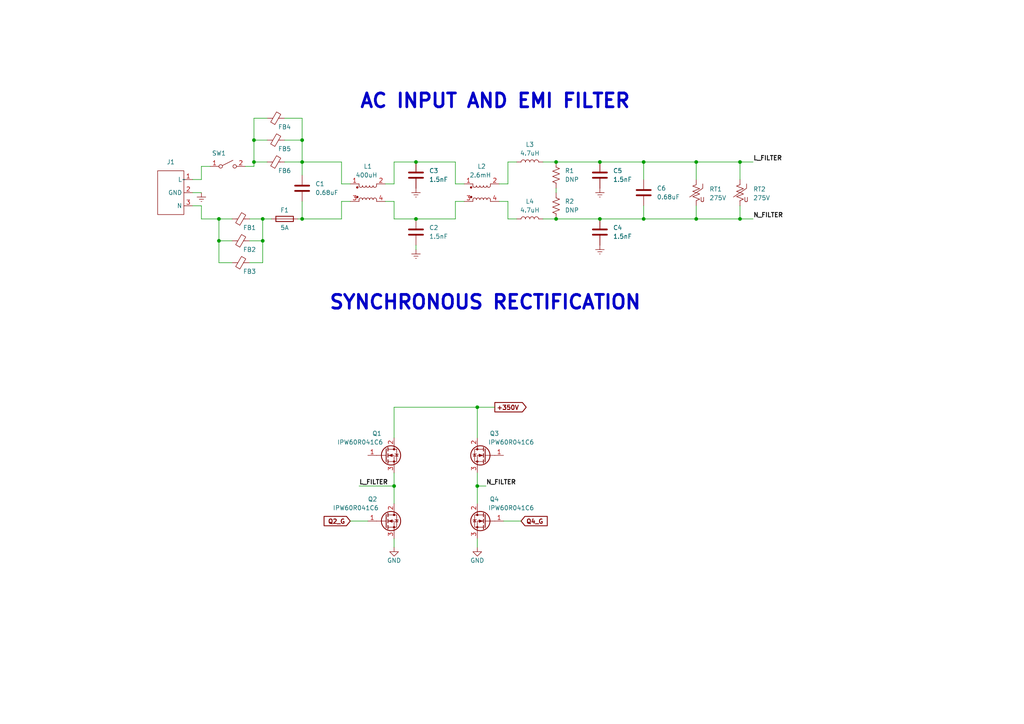
<source format=kicad_sch>
(kicad_sch (version 20230121) (generator eeschema)
  (paper "A4")
  (title_block (title "Full Bridge SMPS") (date "2023-12-03"))
  (lib_symbols
    (symbol "Device:C" (pin_numbers hide) (pin_names (offset 0.254))
      (property "Reference" "C" (at 0.635 2.54 0))
      (property "Value" "C" (at 0.635 -2.54 0))
      (symbol "C_0_1"
        (polyline (pts (xy -2.032 -0.762) (xy 2.032 -0.762)) (stroke (width 0.508)))
        (polyline (pts (xy -2.032 0.762) (xy 2.032 0.762)) (stroke (width 0.508)))
      )
      (symbol "C_1_1"
        (pin passive line (at 0 3.81 270) (length 2.794) (name "~") (number "1"))
        (pin passive line (at 0 -3.81 90) (length 2.794) (name "~") (number "2"))
      )
    )
    (symbol "Device:FerriteBead_Small" (pin_numbers hide) (pin_names (offset 0))
      (property "Reference" "FB" (at 1.905 1.27 0))
      (property "Value" "FerriteBead_Small" (at 1.905 -1.27 0))
      (symbol "FerriteBead_Small_0_1"
        (polyline (pts (xy 0 -1.27) (xy 0 -0.7874)))
        (polyline (pts (xy 0 0.889) (xy 0 1.2954)))
        (polyline (pts (xy -1.8288 0.2794) (xy -1.1176 1.4986) (xy 1.8288 -0.2032) (xy 1.1176 -1.4224) (xy -1.8288 0.2794)))
      )
      (symbol "FerriteBead_Small_1_1"
        (pin passive line (at 0 2.54 270) (length 1.27) (name "~") (number "1"))
        (pin passive line (at 0 -2.54 90) (length 1.27) (name "~") (number "2"))
      )
    )
    (symbol "Device:Fuse" (pin_numbers hide) (pin_names (offset 0))
      (property "Reference" "F" (at 2.032 0 90))
      (property "Value" "Fuse" (at -1.905 0 90))
      (symbol "Fuse_0_1"
        (rectangle (start -0.762 -2.54) (end 0.762 2.54) (stroke (width 0.254)))
        (polyline (pts (xy 0 2.54) (xy 0 -2.54)))
      )
      (symbol "Fuse_1_1"
        (pin passive line (at 0 3.81 270) (length 1.27) (name "~") (number "1"))
        (pin passive line (at 0 -3.81 90) (length 1.27) (name "~") (number "2"))
      )
    )
    (symbol "Device:L" (pin_numbers hide) (pin_names (offset 1.016) hide)
      (property "Reference" "L" (at -1.27 0 90))
      (property "Value" "L" (at 1.905 0 90))
      (symbol "L_0_1"
        (arc (start 0 -2.54) (mid 0.6323 -1.905) (end 0 -1.27))
        (arc (start 0 -1.27) (mid 0.6323 -0.635) (end 0 0))
        (arc (start 0 0) (mid 0.6323 0.635) (end 0 1.27))
        (arc (start 0 1.27) (mid 0.6323 1.905) (end 0 2.54))
      )
      (symbol "L_1_1"
        (pin passive line (at 0 3.81 270) (length 1.27) (name "1") (number "1"))
        (pin passive line (at 0 -3.81 90) (length 1.27) (name "2") (number "2"))
      )
    )
    (symbol "Device:L_Coupled" (pin_names (offset 0.254) hide)
      (property "Reference" "L" (at 0 4.445 0))
      (property "Value" "L_Coupled" (at 0 -4.445 0))
      (symbol "L_Coupled_0_1"
        (circle (center -3.048 -1.27) (radius 0.254) (fill (type outline)))
        (circle (center -3.048 1.524) (radius 0.254) (fill (type outline)))
        (arc (start -2.54 2.032) (mid -2.032 1.5262) (end -1.524 2.032))
        (arc (start -1.524 -2.032) (mid -2.032 -1.5262) (end -2.54 -2.032))
        (arc (start -1.524 2.032) (mid -1.016 1.5262) (end -0.508 2.032))
        (arc (start -0.508 -2.032) (mid -1.016 -1.5262) (end -1.524 -2.032))
        (arc (start -0.508 2.032) (mid 0 1.5262) (end 0.508 2.032))
        (polyline (pts (xy -2.54 -2.032) (xy -2.54 -2.54)))
        (polyline (pts (xy -2.54 2.032) (xy -2.54 2.54)))
        (polyline (pts (xy 2.54 -2.032) (xy 2.54 -2.54)))
        (polyline (pts (xy 2.54 2.54) (xy 2.54 2.032)))
        (arc (start 0.508 -2.032) (mid 0 -1.5262) (end -0.508 -2.032))
        (arc (start 0.508 2.032) (mid 1.016 1.5262) (end 1.524 2.032))
        (arc (start 1.524 -2.032) (mid 1.016 -1.5262) (end 0.508 -2.032))
        (arc (start 1.524 2.032) (mid 2.032 1.5262) (end 2.54 2.032))
        (arc (start 2.54 -2.032) (mid 2.032 -1.5262) (end 1.524 -2.032))
      )
      (symbol "L_Coupled_1_1"
        (pin passive line (at -5.08 2.54 0) (length 2.54) (name "1") (number "1"))
        (pin passive line (at 5.08 2.54 180) (length 2.54) (name "2") (number "2"))
        (pin passive line (at -5.08 -2.54 0) (length 2.54) (name "3") (number "3"))
        (pin passive line (at 5.08 -2.54 180) (length 2.54) (name "4") (number "4"))
      )
    )
    (symbol "Device:R_US" (pin_numbers hide) (pin_names (offset 0))
      (property "Reference" "R" (at 2.54 0 90))
      (property "Value" "R_US" (at -2.54 0 90))
      (symbol "R_US_0_1"
        (polyline (pts (xy 0 -2.286) (xy 0 -2.54)))
        (polyline (pts (xy 0 2.286) (xy 0 2.54)))
        (polyline (pts (xy 0 -0.762) (xy 1.016 -1.143) (xy 0 -1.524) (xy -1.016 -1.905) (xy 0 -2.286)))
        (polyline (pts (xy 0 0.762) (xy 1.016 0.381) (xy 0 0) (xy -1.016 -0.381) (xy 0 -0.762)))
        (polyline (pts (xy 0 2.286) (xy 1.016 1.905) (xy 0 1.524) (xy -1.016 1.143) (xy 0 0.762)))
      )
      (symbol "R_US_1_1"
        (pin passive line (at 0 3.81 270) (length 1.27) (name "~") (number "1"))
        (pin passive line (at 0 -3.81 90) (length 1.27) (name "~") (number "2"))
      )
    )
    (symbol "Device:Varistor_US" (pin_numbers hide) (pin_names (offset 0))
      (property "Reference" "RV" (at 3.175 0 90))
      (property "Value" "Varistor_US" (at -3.175 0 90))
      (symbol "Varistor_US_0_0"
        (text "U" (at -1.778 -2.032 0) (effects (font (size 1.27 1.27))))
      )
      (symbol "Varistor_US_0_1"
        (polyline (pts (xy 0 -2.286) (xy 0 -2.54)))
        (polyline (pts (xy 0 2.286) (xy 0 2.54)))
        (polyline (pts (xy -1.905 2.54) (xy -1.905 1.27) (xy 1.905 -1.27)))
        (polyline (pts (xy 0 -0.762) (xy 1.016 -1.143) (xy 0 -1.524) (xy -1.016 -1.905) (xy 0 -2.286)))
        (polyline (pts (xy 0 0.762) (xy 1.016 0.381) (xy 0 0) (xy -1.016 -0.381) (xy 0 -0.762)))
        (polyline (pts (xy 0 2.286) (xy 1.016 1.905) (xy 0 1.524) (xy -1.016 1.143) (xy 0 0.762)))
      )
      (symbol "Varistor_US_1_1"
        (pin passive line (at 0 3.81 270) (length 1.27) (name "~") (number "1"))
        (pin passive line (at 0 -3.81 90) (length 1.27) (name "~") (number "2"))
      )
    )
    (symbol "Switch:SW_SPST" (pin_names (offset 0) hide)
      (property "Reference" "SW" (at 0 3.175 0))
      (property "Value" "SW_SPST" (at 0 -2.54 0))
      (symbol "SW_SPST_0_0"
        (circle (center -2.032 0) (radius 0.508))
        (polyline (pts (xy -1.524 0.254) (xy 1.524 1.778)))
        (circle (center 2.032 0) (radius 0.508))
      )
      (symbol "SW_SPST_1_1"
        (pin passive line (at -5.08 0 0) (length 2.54) (name "A") (number "1"))
        (pin passive line (at 5.08 0 180) (length 2.54) (name "B") (number "2"))
      )
    )
    (symbol "fb_smps_symbols:703W-00/54_"
      (property "Reference" "J" (at 1.27 3.81 0))
      (symbol "703W-00/54__0_1"
        (rectangle (start 0 2.54) (end 7.62 -10.16))
      )
      (symbol "703W-00/54__1_1"
        (pin power_out line (at -2.54 0 0) (length 2.54) (name "L") (number "1"))
        (pin power_out line (at -2.54 -3.81 0) (length 2.54) (name "GND") (number "2"))
        (pin power_out line (at -2.54 -7.62 0) (length 2.54) (name "N") (number "3"))
      )
    )
    (symbol "fb_smps_symbols:IPW60R041C6" (pin_names hide)
      (property "Reference" "Q" (at 5.08 1.905 0))
      (property "Value" "IPW60R041C6" (at 5.08 0 0))
      (symbol "IPW60R041C6_0_1"
        (polyline (pts (xy 0.254 0) (xy -2.54 0)))
        (polyline (pts (xy 0.254 1.905) (xy 0.254 -1.905)) (stroke (width 0.254)))
        (polyline (pts (xy 0.762 -1.27) (xy 0.762 -2.286)) (stroke (width 0.254)))
        (polyline (pts (xy 0.762 0.508) (xy 0.762 -0.508)) (stroke (width 0.254)))
        (polyline (pts (xy 0.762 2.286) (xy 0.762 1.27)) (stroke (width 0.254)))
        (polyline (pts (xy 2.54 2.54) (xy 2.54 1.778)))
        (polyline (pts (xy 2.54 -2.54) (xy 2.54 0) (xy 0.762 0)))
        (polyline (pts (xy 0.762 -1.778) (xy 3.302 -1.778) (xy 3.302 1.778) (xy 0.762 1.778)))
        (polyline (pts (xy 1.016 0) (xy 2.032 0.381) (xy 2.032 -0.381) (xy 1.016 0)) (fill (type outline)))
        (polyline (pts (xy 2.794 0.508) (xy 2.921 0.381) (xy 3.683 0.381) (xy 3.81 0.254)))
        (polyline (pts (xy 3.302 0.381) (xy 2.921 -0.254) (xy 3.683 -0.254) (xy 3.302 0.381)))
        (circle (center 1.651 0) (radius 2.794) (stroke (width 0.254)))
        (circle (center 2.54 -1.778) (radius 0.254) (fill (type outline)))
        (circle (center 2.54 1.778) (radius 0.254) (fill (type outline)))
      )
      (symbol "IPW60R041C6_1_1"
        (pin input line (at -5.08 0 0) (length 2.54) (name "G") (number "1"))
        (pin passive line (at 2.54 5.08 270) (length 2.54) (name "D") (number "2"))
        (pin passive line (at 2.54 -5.08 90) (length 2.54) (name "S") (number "3"))
      )
    )
    (symbol "power:Earth" (power) (pin_names (offset 0))
      (symbol "Earth_0_1"
        (polyline (pts (xy -0.635 -1.905) (xy 0.635 -1.905)))
        (polyline (pts (xy -0.127 -2.54) (xy 0.127 -2.54)))
        (polyline (pts (xy 0 -1.27) (xy 0 0)))
        (polyline (pts (xy 1.27 -1.27) (xy -1.27 -1.27)))
      )
      (symbol "Earth_1_1"
        (pin power_in line (at 0 0 270) (length 0) hide (name "Earth") (number "1"))
      )
    )
    (symbol "power:GND" (power) (pin_names (offset 0))
      (property "Value" "GND" (at 0 -3.81 0))
      (symbol "GND_0_1"
        (polyline (pts (xy 0 0) (xy 0 -1.27) (xy 1.27 -1.27) (xy 0 -2.54) (xy -1.27 -1.27) (xy 0 -1.27)))
      )
      (symbol "GND_1_1"
        (pin power_in line (at 0 0 270) (length 0) hide (name "GND") (number "1"))
      )
    )
  )
  (junction (at 201.93 63.5))
  (junction (at 114.3 140.97))
  (junction (at 186.69 46.99))
  (junction (at 186.69 63.5))
  (junction (at 214.63 63.5))
  (junction (at 87.63 46.99))
  (junction (at 173.99 46.99))
  (junction (at 120.65 63.5))
  (junction (at 87.63 40.64))
  (junction (at 63.5 69.85))
  (junction (at 201.93 46.99))
  (junction (at 63.5 63.5))
  (junction (at 161.29 63.5))
  (junction (at 76.2 69.85))
  (junction (at 73.66 40.64))
  (junction (at 76.2 63.5))
  (junction (at 161.29 46.99))
  (junction (at 138.43 118.11))
  (junction (at 120.65 46.99))
  (junction (at 87.63 63.5))
  (junction (at 73.66 46.99))
  (junction (at 173.99 63.5))
  (junction (at 214.63 46.99))
  (junction (at 138.43 140.97))
  (wire (pts (xy 147.32 63.5) (xy 149.86 63.5)))
  (wire (pts (xy 138.43 118.11) (xy 138.43 127)))
  (wire (pts (xy 201.93 63.5) (xy 201.93 59.69)))
  (wire (pts (xy 132.08 53.34) (xy 132.08 46.99)))
  (wire (pts (xy 58.42 63.5) (xy 63.5 63.5)))
  (wire (pts (xy 73.66 40.64) (xy 77.47 40.64)))
  (wire (pts (xy 161.29 46.99) (xy 173.99 46.99)))
  (wire (pts (xy 114.3 140.97) (xy 114.3 146.05)))
  (wire (pts (xy 73.66 34.29) (xy 73.66 40.64)))
  (wire (pts (xy 58.42 59.69) (xy 58.42 63.5)))
  (wire (pts (xy 144.78 58.42) (xy 147.32 58.42)))
  (wire (pts (xy 99.06 63.5) (xy 99.06 58.42)))
  (wire (pts (xy 120.65 46.99) (xy 132.08 46.99)))
  (wire (pts (xy 55.88 52.07) (xy 58.42 52.07)))
  (wire (pts (xy 99.06 58.42) (xy 101.6 58.42)))
  (wire (pts (xy 134.62 53.34) (xy 132.08 53.34)))
  (wire (pts (xy 114.3 137.16) (xy 114.3 140.97)))
  (wire (pts (xy 147.32 46.99) (xy 149.86 46.99)))
  (wire (pts (xy 161.29 54.61) (xy 161.29 55.88)))
  (wire (pts (xy 99.06 46.99) (xy 87.63 46.99)))
  (wire (pts (xy 67.31 63.5) (xy 63.5 63.5)))
  (wire (pts (xy 114.3 53.34) (xy 114.3 46.99)))
  (wire (pts (xy 120.65 71.12) (xy 120.65 72.39)))
  (wire (pts (xy 146.05 151.13) (xy 151.13 151.13)))
  (wire (pts (xy 132.08 58.42) (xy 134.62 58.42)))
  (wire (pts (xy 101.6 53.34) (xy 99.06 53.34)))
  (wire (pts (xy 157.48 46.99) (xy 161.29 46.99)))
  (wire (pts (xy 138.43 140.97) (xy 138.43 146.05)))
  (wire (pts (xy 114.3 46.99) (xy 120.65 46.99)))
  (wire (pts (xy 132.08 63.5) (xy 132.08 58.42)))
  (wire (pts (xy 76.2 76.2) (xy 76.2 69.85)))
  (wire (pts (xy 86.36 63.5) (xy 87.63 63.5)))
  (wire (pts (xy 101.6 151.13) (xy 106.68 151.13)))
  (wire (pts (xy 71.12 48.26) (xy 73.66 48.26)))
  (wire (pts (xy 120.65 63.5) (xy 132.08 63.5)))
  (wire (pts (xy 186.69 63.5) (xy 173.99 63.5)))
  (wire (pts (xy 82.55 34.29) (xy 87.63 34.29)))
  (wire (pts (xy 63.5 69.85) (xy 67.31 69.85)))
  (wire (pts (xy 76.2 63.5) (xy 76.2 69.85)))
  (wire (pts (xy 214.63 52.07) (xy 214.63 46.99)))
  (wire (pts (xy 186.69 59.69) (xy 186.69 63.5)))
  (wire (pts (xy 58.42 52.07) (xy 58.42 48.26)))
  (wire (pts (xy 55.88 55.88) (xy 58.42 55.88)))
  (wire (pts (xy 104.14 140.97) (xy 114.3 140.97)))
  (wire (pts (xy 114.3 127) (xy 114.3 118.11)))
  (wire (pts (xy 201.93 63.5) (xy 214.63 63.5)))
  (wire (pts (xy 72.39 76.2) (xy 76.2 76.2)))
  (wire (pts (xy 82.55 46.99) (xy 87.63 46.99)))
  (wire (pts (xy 87.63 40.64) (xy 87.63 46.99)))
  (wire (pts (xy 138.43 156.21) (xy 138.43 158.75)))
  (wire (pts (xy 87.63 63.5) (xy 99.06 63.5)))
  (wire (pts (xy 58.42 48.26) (xy 60.96 48.26)))
  (wire (pts (xy 63.5 63.5) (xy 63.5 69.85)))
  (wire (pts (xy 214.63 46.99) (xy 218.44 46.99)))
  (wire (pts (xy 72.39 63.5) (xy 76.2 63.5)))
  (wire (pts (xy 201.93 46.99) (xy 186.69 46.99)))
  (wire (pts (xy 201.93 46.99) (xy 214.63 46.99)))
  (wire (pts (xy 73.66 40.64) (xy 73.66 46.99)))
  (wire (pts (xy 173.99 46.99) (xy 186.69 46.99)))
  (wire (pts (xy 114.3 63.5) (xy 114.3 58.42)))
  (wire (pts (xy 63.5 76.2) (xy 63.5 69.85)))
  (wire (pts (xy 138.43 137.16) (xy 138.43 140.97)))
  (wire (pts (xy 114.3 118.11) (xy 138.43 118.11)))
  (wire (pts (xy 77.47 34.29) (xy 73.66 34.29)))
  (wire (pts (xy 111.76 58.42) (xy 114.3 58.42)))
  (wire (pts (xy 87.63 46.99) (xy 87.63 50.8)))
  (wire (pts (xy 114.3 63.5) (xy 120.65 63.5)))
  (wire (pts (xy 186.69 46.99) (xy 186.69 52.07)))
  (wire (pts (xy 82.55 40.64) (xy 87.63 40.64)))
  (wire (pts (xy 73.66 46.99) (xy 77.47 46.99)))
  (wire (pts (xy 161.29 63.5) (xy 173.99 63.5)))
  (wire (pts (xy 111.76 53.34) (xy 114.3 53.34)))
  (wire (pts (xy 73.66 46.99) (xy 73.66 48.26)))
  (wire (pts (xy 147.32 58.42) (xy 147.32 63.5)))
  (wire (pts (xy 214.63 63.5) (xy 214.63 59.69)))
  (wire (pts (xy 157.48 63.5) (xy 161.29 63.5)))
  (wire (pts (xy 138.43 118.11) (xy 143.51 118.11)))
  (wire (pts (xy 55.88 59.69) (xy 58.42 59.69)))
  (wire (pts (xy 214.63 63.5) (xy 218.44 63.5)))
  (wire (pts (xy 138.43 140.97) (xy 140.97 140.97)))
  (wire (pts (xy 186.69 63.5) (xy 201.93 63.5)))
  (wire (pts (xy 67.31 76.2) (xy 63.5 76.2)))
  (wire (pts (xy 87.63 34.29) (xy 87.63 40.64)))
  (wire (pts (xy 87.63 58.42) (xy 87.63 63.5)))
  (wire (pts (xy 72.39 69.85) (xy 76.2 69.85)))
  (wire (pts (xy 114.3 156.21) (xy 114.3 158.75)))
  (wire (pts (xy 144.78 53.34) (xy 147.32 53.34)))
  (wire (pts (xy 201.93 46.99) (xy 201.93 52.07)))
  (wire (pts (xy 99.06 53.34) (xy 99.06 46.99)))
  (wire (pts (xy 76.2 63.5) (xy 78.74 63.5)))
  (wire (pts (xy 147.32 53.34) (xy 147.32 46.99)))
  (text "SYNCHRONOUS RECTIFICATION\n" (at 95.25 90.17 0) (effects (font (size 4 4) (thickness 0.8) bold) (justify left bottom)))
  (text "AC INPUT AND EMI FILTER" (at 104.14 31.75 0) (effects (font (size 4 4) (thickness 0.8) bold) (justify left bottom)))
  (label "L_FILTER" (at 218.44 46.99 0) (effects (font bold)))
  (label "N_FILTER" (at 218.44 63.5 0) (effects (font bold)))
  (label "N_FILTER" (at 140.97 140.97 0) (effects (font bold)))
  (label "L_FILTER" (at 104.14 140.97 0) (effects (font bold)))
  (global_label "Q2_G" (shape input) (at 101.6 151.13 180) (effects (font bold)) (property "Intersheetrefs" "${INTERSHEET_REFS}" (effects hide)))
  (global_label "Q4_G" (shape input) (at 151.13 151.13 0) (effects (font bold)) (property "Intersheetrefs" "${INTERSHEET_REFS}" (effects hide)))
  (global_label "+350V" (shape output) (at 143.51 118.11 0) (effects (font bold)) (property "Intersheetrefs" "${INTERSHEET_REFS}" (effects hide)))
  (symbol (lib_id "Device:C") (at 173.99 50.8 0) (unit 1)
    (property "Reference" "C10" (at 177.8 49.53 0) (effects (justify left)))
    (property "Value" "1.5nF" (at 177.8 52.07 0) (effects (justify left)))
    (instances (project "full_bridge_smps" (path "" (reference "C5") (unit 1))))
  )
  (symbol (lib_id "Device:L") (at 153.67 63.5 90) (unit 1)
    (property "Reference" "L8" (at 153.67 58.42 90))
    (property "Value" "4.7uH" (at 153.67 60.96 90))
    (instances (project "full_bridge_smps" (path "" (reference "L4") (unit 1))))
  )
  (symbol (lib_id "power:GND") (at 138.43 158.75 0) (unit 1)
    (property "Reference" "#PWR08" (effects hide))
    (property "Value" "GND" (at 138.43 162.56 0))
    (instances (project "full_bridge_smps" (path "" (reference "#PWR08") (unit 1)) (path "" (reference "#PWR015") (unit 1))))
  )
  (symbol (lib_id "power:Earth") (at 173.99 71.12 0) (unit 1)
    (property "Reference" "#PWR010" (effects hide))
    (property "Value" "Earth" (effects hide))
    (instances (project "full_bridge_smps" (path "" (reference "#PWR02") (unit 1))))
  )
  (symbol (lib_id "power:Earth") (at 120.65 72.39 0) (unit 1)
    (property "Reference" "#PWR08" (effects hide))
    (property "Value" "Earth" (effects hide))
    (instances (project "full_bridge_smps" (path "" (reference "#PWR04") (unit 1))))
  )
  (symbol (lib_id "Device:L") (at 153.67 46.99 90) (unit 1)
    (property "Reference" "L7" (at 153.67 41.91 90))
    (property "Value" "4.7uH" (at 153.67 44.45 90))
    (instances (project "full_bridge_smps" (path "" (reference "L3") (unit 1))))
  )
  (symbol (lib_id "Device:C") (at 120.65 67.31 0) (unit 1)
    (property "Reference" "C9" (at 124.46 66.04 0) (effects (justify left)))
    (property "Value" "1.5nF" (at 124.46 68.58 0) (effects (justify left)))
    (instances (project "full_bridge_smps" (path "" (reference "C2") (unit 1))))
  )
  (symbol (lib_id "Device:C") (at 120.65 50.8 0) (unit 1)
    (property "Reference" "C8" (at 124.46 49.53 0) (effects (justify left)))
    (property "Value" "1.5nF" (at 124.46 52.07 0) (effects (justify left)))
    (instances (project "full_bridge_smps" (path "" (reference "C3") (unit 1))))
  )
  (symbol (lib_id "Device:Fuse") (at 82.55 63.5 270) (unit 1)
    (property "Reference" "F2" (at 82.55 60.96 90))
    (property "Value" "Fuse" (effects hide))
    (property "Value" "5A" (at 82.55 66.04 90))
    (instances (project "full_bridge_smps" (path "" (reference "F1") (unit 1))))
  )
  (symbol (lib_id "Device:C") (at 173.99 67.31 0) (unit 1)
    (property "Reference" "C11" (at 177.8 66.04 0) (effects (justify left)))
    (property "Value" "1.5nF" (at 177.8 68.58 0) (effects (justify left)))
    (instances (project "full_bridge_smps" (path "" (reference "C4") (unit 1))))
  )
  (symbol (lib_id "Device:C") (at 186.69 55.88 0) (unit 1)
    (property "Reference" "C12" (at 190.5 54.61 0) (effects (justify left)))
    (property "Value" "0.68uF" (at 190.5 57.15 0) (effects (justify left)))
    (instances (project "full_bridge_smps" (path "" (reference "C6") (unit 1))))
  )
  (symbol (lib_id "Device:FerriteBead_Small") (at 80.01 46.99 90) (unit 1)
    (property "Reference" "FB12" (at 82.55 49.53 90))
    (property "Value" "FerriteBead_Small" (effects hide))
    (instances (project "full_bridge_smps" (path "" (reference "FB6") (unit 1))))
  )
  (symbol (lib_id "Device:FerriteBead_Small") (at 80.01 34.29 90) (unit 1)
    (property "Reference" "FB10" (at 82.55 36.83 90))
    (property "Value" "FerriteBead_Small" (effects hide))
    (instances (project "full_bridge_smps" (path "" (reference "FB4") (unit 1))))
  )
  (symbol (lib_id "Device:R_US") (at 161.29 50.8 0) (unit 1)
    (property "Reference" "R3" (at 163.83 49.53 0) (effects (justify left)))
    (property "Value" "DNP" (at 163.83 52.07 0) (effects (justify left)))
    (instances (project "full_bridge_smps" (path "" (reference "R1") (unit 1))))
  )
  (symbol (lib_id "power:Earth") (at 58.42 55.88 0) (unit 1)
    (property "Reference" "#PWR06" (effects hide))
    (property "Value" "Earth" (effects hide))
    (instances (project "full_bridge_smps" (path "" (reference "#PWR05") (unit 1))))
  )
  (symbol (lib_id "power:Earth") (at 120.65 54.61 0) (unit 1)
    (property "Reference" "#PWR07" (effects hide))
    (property "Value" "Earth" (effects hide))
    (instances (project "full_bridge_smps" (path "" (reference "#PWR01") (unit 1))))
  )
  (symbol (lib_id "Switch:SW_SPST") (at 66.04 48.26 0) (unit 1)
    (property "Reference" "SW2" (at 63.5 44.45 0))
    (property "Value" "SW_SPST" (effects hide))
    (instances (project "full_bridge_smps" (path "" (reference "SW1") (unit 1))))
  )
  (symbol (lib_id "Device:L_Coupled") (at 139.7 55.88 0) (unit 1)
    (property "Reference" "L6" (at 139.7 48.26 0))
    (property "Value" "2.6mH" (at 139.319 50.8 0))
    (instances (project "full_bridge_smps" (path "" (reference "L2") (unit 1))))
  )
  (symbol (lib_id "fb_smps_symbols:IPW60R041C6") (at 140.97 132.08 0) (mirror y) (unit 1)
    (property "Reference" "Q3" (at 144.78 125.73 0) (effects (justify left)))
    (property "Value" "IPW60R041C6" (at 154.94 128.27 0) (effects (justify left)))
    (property "Footprint" "fb_smps_footprints:IPW60R041C6" (effects hide))
  )
  (symbol (lib_id "power:GND") (at 114.3 158.75 0) (unit 1)
    (property "Reference" "#PWR08" (effects hide))
    (property "Value" "GND" (at 114.3 162.56 0))
    (instances (project "full_bridge_smps" (path "" (reference "#PWR08") (unit 1)) (path "" (reference "#PWR014") (unit 1))))
  )
  (symbol (lib_id "Device:Varistor_US") (at 201.93 55.88 0) (mirror y) (unit 1)
    (property "Reference" "RT3" (at 205.74 54.8668 0) (effects (justify right)))
    (property "Value" "275V" (at 205.74 57.4068 0) (effects (justify right)))
    (instances (project "full_bridge_smps" (path "" (reference "RT1") (unit 1))))
  )
  (symbol (lib_id "Device:FerriteBead_Small") (at 69.85 63.5 90) (unit 1)
    (property "Reference" "FB7" (at 72.39 66.04 90))
    (property "Value" "FerriteBead_Small" (effects hide))
    (instances (project "full_bridge_smps" (path "" (reference "FB1") (unit 1))))
  )
  (symbol (lib_id "power:Earth") (at 173.99 54.61 0) (unit 1)
    (property "Reference" "#PWR09" (effects hide))
    (property "Value" "Earth" (effects hide))
    (instances (project "full_bridge_smps" (path "" (reference "#PWR03") (unit 1))))
  )
  (symbol (lib_id "fb_smps_symbols:IPW60R041C6") (at 111.76 151.13 0) (unit 1)
    (property "Reference" "Q2" (at 106.68 144.78 0) (effects (justify left)))
    (property "Value" "IPW60R041C6" (at 96.52 147.32 0) (effects (justify left)))
    (property "Footprint" "fb_smps_footprints:IPW60R041C6" (effects hide))
  )
  (symbol (lib_id "fb_smps_symbols:IPW60R041C6") (at 140.97 151.13 0) (mirror y) (unit 1)
    (property "Reference" "Q4" (at 144.78 144.78 0) (effects (justify left)))
    (property "Value" "IPW60R041C6" (at 154.94 147.32 0) (effects (justify left)))
    (property "Footprint" "fb_smps_footprints:IPW60R041C6" (effects hide))
  )
  (symbol (lib_id "Device:L_Coupled") (at 106.68 55.88 0) (unit 1)
    (property "Reference" "L5" (at 106.68 48.26 0))
    (property "Value" "400uH" (at 106.299 50.8 0))
    (instances (project "full_bridge_smps" (path "" (reference "L1") (unit 1))))
  )
  (symbol (lib_id "fb_smps_symbols:703W-00/54_") (at 53.34 52.07 0) (mirror y) (unit 1)
    (property "Reference" "J2" (at 49.53 46.99 0))
    (property "Value" "~" (at 53.34 52.07 0))
    (property "Footprint" "fb_smps_footprints:703W-0054" (effects hide))
    (instances (project "full_bridge_smps" (path "" (reference "J1") (unit 1))))
  )
  (symbol (lib_id "Device:FerriteBead_Small") (at 80.01 40.64 90) (unit 1)
    (property "Reference" "FB11" (at 82.55 43.18 90))
    (property "Value" "FerriteBead_Small" (effects hide))
    (instances (project "full_bridge_smps" (path "" (reference "FB5") (unit 1))))
  )
  (symbol (lib_id "fb_smps_symbols:IPW60R041C6") (at 111.76 132.08 0) (unit 1)
    (property "Reference" "Q1" (at 107.95 125.73 0) (effects (justify left)))
    (property "Value" "IPW60R041C6" (at 97.79 128.27 0) (effects (justify left)))
    (property "Footprint" "fb_smps_footprints:IPW60R041C6" (effects hide))
  )
  (symbol (lib_id "Device:FerriteBead_Small") (at 69.85 76.2 90) (unit 1)
    (property "Reference" "FB9" (at 72.39 78.74 90))
    (property "Value" "FerriteBead_Small" (effects hide))
    (instances (project "full_bridge_smps" (path "" (reference "FB3") (unit 1))))
  )
  (symbol (lib_id "Device:C") (at 87.63 54.61 0) (unit 1)
    (property "Reference" "C7" (at 91.44 53.34 0) (effects (justify left)))
    (property "Value" "0.68uF" (at 91.44 55.88 0) (effects (justify left)))
    (instances (project "full_bridge_smps" (path "" (reference "C1") (unit 1))))
  )
  (symbol (lib_id "Device:FerriteBead_Small") (at 69.85 69.85 90) (unit 1)
    (property "Reference" "FB8" (at 72.39 72.39 90))
    (property "Value" "FerriteBead_Small" (effects hide))
    (instances (project "full_bridge_smps" (path "" (reference "FB2") (unit 1))))
  )
  (symbol (lib_id "Device:Varistor_US") (at 214.63 55.88 0) (mirror y) (unit 1)
    (property "Reference" "RT4" (at 218.44 54.8668 0) (effects (justify right)))
    (property "Value" "275V" (at 218.44 57.4068 0) (effects (justify right)))
    (instances (project "full_bridge_smps" (path "" (reference "RT2") (unit 1))))
  )
  (symbol (lib_id "Device:R_US") (at 161.29 59.69 0) (unit 1)
    (property "Reference" "R4" (at 163.83 58.42 0) (effects (justify left)))
    (property "Value" "DNP" (at 163.83 60.96 0) (effects (justify left)))
    (instances (project "full_bridge_smps" (path "" (reference "R2") (unit 1))))
  )
)
</source>
